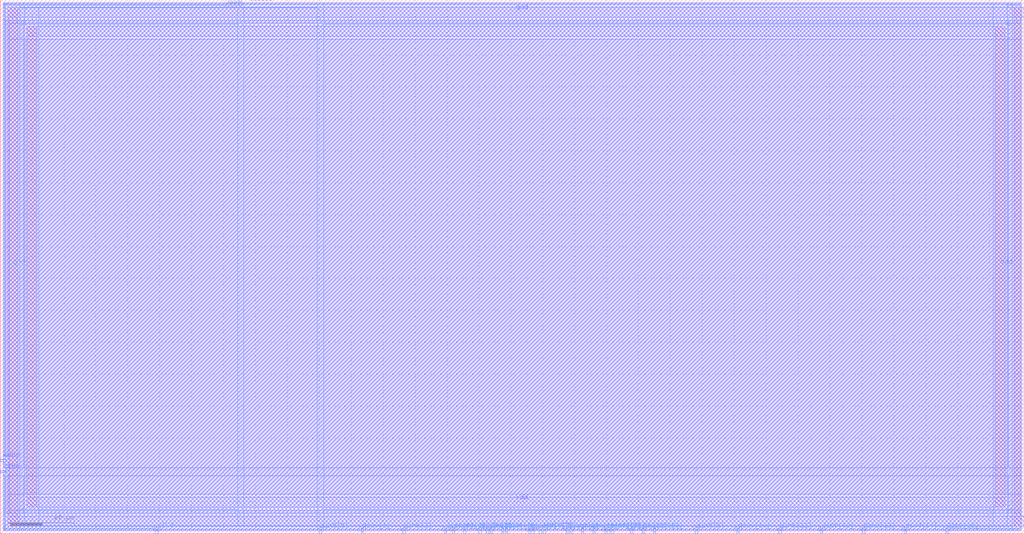
<source format=lef>
VERSION 5.4 ;
NAMESCASESENSITIVE ON ;
BUSBITCHARS "[]" ;
DIVIDERCHAR "/" ;
UNITS
  DATABASE MICRONS 2000 ;
END UNITS
MACRO conv2_bm_b_sram_16_16_sky130A
   CLASS BLOCK ;
   SIZE 320.85 BY 167.34 ;
   SYMMETRY X Y R90 ;
   PIN din0[0]
      DIRECTION INPUT ;
      PORT
         LAYER m4 ;
         RECT  99.96 0.0 100.7 1.93 ;
      END
   END din0[0]
   PIN din0[1]
      DIRECTION INPUT ;
      PORT
         LAYER m4 ;
         RECT  113.05 0.0 113.79 1.93 ;
      END
   END din0[1]
   PIN din0[2]
      DIRECTION INPUT ;
      PORT
         LAYER m4 ;
         RECT  126.14 0.0 126.88 1.93 ;
      END
   END din0[2]
   PIN din0[3]
      DIRECTION INPUT ;
      PORT
         LAYER m4 ;
         RECT  139.23 0.0 139.97 1.93 ;
      END
   END din0[3]
   PIN din0[4]
      DIRECTION INPUT ;
      PORT
         LAYER m4 ;
         RECT  152.32 0.0 153.06 1.93 ;
      END
   END din0[4]
   PIN din0[5]
      DIRECTION INPUT ;
      PORT
         LAYER m4 ;
         RECT  165.41 0.0 166.15 1.93 ;
      END
   END din0[5]
   PIN din0[6]
      DIRECTION INPUT ;
      PORT
         LAYER m4 ;
         RECT  178.5 0.0 179.24 1.93 ;
      END
   END din0[6]
   PIN din0[7]
      DIRECTION INPUT ;
      PORT
         LAYER m4 ;
         RECT  191.59 0.0 192.33 1.93 ;
      END
   END din0[7]
   PIN din0[8]
      DIRECTION INPUT ;
      PORT
         LAYER m4 ;
         RECT  204.68 0.0 205.42 1.93 ;
      END
   END din0[8]
   PIN din0[9]
      DIRECTION INPUT ;
      PORT
         LAYER m4 ;
         RECT  217.77 0.0 218.51 1.93 ;
      END
   END din0[9]
   PIN din0[10]
      DIRECTION INPUT ;
      PORT
         LAYER m4 ;
         RECT  230.86 0.0 231.6 1.93 ;
      END
   END din0[10]
   PIN din0[11]
      DIRECTION INPUT ;
      PORT
         LAYER m4 ;
         RECT  243.95 0.0 244.69 1.93 ;
      END
   END din0[11]
   PIN din0[12]
      DIRECTION INPUT ;
      PORT
         LAYER m4 ;
         RECT  257.04 0.0 257.78 1.93 ;
      END
   END din0[12]
   PIN din0[13]
      DIRECTION INPUT ;
      PORT
         LAYER m4 ;
         RECT  270.13 0.0 270.87 1.93 ;
      END
   END din0[13]
   PIN din0[14]
      DIRECTION INPUT ;
      PORT
         LAYER m4 ;
         RECT  283.22 0.0 283.96 1.93 ;
      END
   END din0[14]
   PIN din0[15]
      DIRECTION INPUT ;
      PORT
         LAYER m4 ;
         RECT  296.31 0.0 297.05 1.93 ;
      END
   END din0[15]
   PIN addr0[0]
      DIRECTION INPUT ;
      PORT
         LAYER m4 ;
         RECT  74.97 165.41 75.71 167.34 ;
      END
   END addr0[0]
   PIN addr0[1]
      DIRECTION INPUT ;
      PORT
         LAYER m4 ;
         RECT  71.4 165.41 72.14 167.34 ;
      END
   END addr0[1]
   PIN addr0[2]
      DIRECTION INPUT ;
      PORT
         LAYER m4 ;
         RECT  73.78 165.41 74.52 167.34 ;
      END
   END addr0[2]
   PIN addr0[3]
      DIRECTION INPUT ;
      PORT
         LAYER m4 ;
         RECT  72.59 165.41 73.33 167.34 ;
      END
   END addr0[3]
   PIN csb0
      DIRECTION INPUT ;
      PORT
         LAYER m3 ;
         RECT  0.0 19.04 1.93 19.78 ;
      END
   END csb0
   PIN web0
      DIRECTION INPUT ;
      PORT
         LAYER m3 ;
         RECT  0.0 22.61 1.93 23.35 ;
      END
   END web0
   PIN clk0
      DIRECTION INPUT ;
      PORT
         LAYER m4 ;
         RECT  48.79 0.0 49.53 1.93 ;
      END
   END clk0
   PIN dout0[0]
      DIRECTION OUTPUT ;
      PORT
         LAYER m4 ;
         RECT  141.61 0.0 142.35 1.93 ;
      END
   END dout0[0]
   PIN dout0[1]
      DIRECTION OUTPUT ;
      PORT
         LAYER m4 ;
         RECT  145.18 0.0 145.92 1.93 ;
      END
   END dout0[1]
   PIN dout0[2]
      DIRECTION OUTPUT ;
      PORT
         LAYER m4 ;
         RECT  149.94 0.0 150.68 1.93 ;
      END
   END dout0[2]
   PIN dout0[3]
      DIRECTION OUTPUT ;
      PORT
         LAYER m4 ;
         RECT  153.51 0.0 154.25 1.93 ;
      END
   END dout0[3]
   PIN dout0[4]
      DIRECTION OUTPUT ;
      PORT
         LAYER m4 ;
         RECT  157.08 0.0 157.82 1.93 ;
      END
   END dout0[4]
   PIN dout0[5]
      DIRECTION OUTPUT ;
      PORT
         LAYER m4 ;
         RECT  158.27 0.0 159.01 1.93 ;
      END
   END dout0[5]
   PIN dout0[6]
      DIRECTION OUTPUT ;
      PORT
         LAYER m4 ;
         RECT  166.6 0.0 167.34 1.93 ;
      END
   END dout0[6]
   PIN dout0[7]
      DIRECTION OUTPUT ;
      PORT
         LAYER m4 ;
         RECT  168.98 0.0 169.72 1.93 ;
      END
   END dout0[7]
   PIN dout0[8]
      DIRECTION OUTPUT ;
      PORT
         LAYER m4 ;
         RECT  170.17 0.0 170.91 1.93 ;
      END
   END dout0[8]
   PIN dout0[9]
      DIRECTION OUTPUT ;
      PORT
         LAYER m4 ;
         RECT  177.31 0.0 178.05 1.93 ;
      END
   END dout0[9]
   PIN dout0[10]
      DIRECTION OUTPUT ;
      PORT
         LAYER m4 ;
         RECT  182.07 0.0 182.81 1.93 ;
      END
   END dout0[10]
   PIN dout0[11]
      DIRECTION OUTPUT ;
      PORT
         LAYER m4 ;
         RECT  185.64 0.0 186.38 1.93 ;
      END
   END dout0[11]
   PIN dout0[12]
      DIRECTION OUTPUT ;
      PORT
         LAYER m4 ;
         RECT  189.21 0.0 189.95 1.93 ;
      END
   END dout0[12]
   PIN dout0[13]
      DIRECTION OUTPUT ;
      PORT
         LAYER m4 ;
         RECT  190.4 0.0 191.14 1.93 ;
      END
   END dout0[13]
   PIN dout0[14]
      DIRECTION OUTPUT ;
      PORT
         LAYER m4 ;
         RECT  197.54 0.0 198.28 1.93 ;
      END
   END dout0[14]
   PIN dout0[15]
      DIRECTION OUTPUT ;
      PORT
         LAYER m4 ;
         RECT  201.11 0.0 201.85 1.93 ;
      END
   END dout0[15]
   PIN vdd
      DIRECTION INOUT ;
      USE POWER ; 
      SHAPE ABUTMENT ; 
      PORT
         LAYER m4 ;
         RECT  8.33 8.33 11.45 159.01 ;
         LAYER m4 ;
         RECT  311.78 8.33 314.9 159.01 ;
         LAYER m3 ;
         RECT  8.33 155.89 314.9 159.01 ;
         LAYER m3 ;
         RECT  8.33 8.33 314.9 11.45 ;
      END
   END vdd
   PIN gnd
      DIRECTION INOUT ;
      USE GROUND ; 
      SHAPE ABUTMENT ; 
      PORT
         LAYER m3 ;
         RECT  2.38 2.38 320.85 5.5 ;
         LAYER m3 ;
         RECT  2.38 161.84 320.85 164.96 ;
         LAYER m4 ;
         RECT  317.73 2.38 320.85 164.96 ;
         LAYER m4 ;
         RECT  2.38 2.38 5.5 164.96 ;
      END
   END gnd
   OBS
   LAYER  m1 ;
      RECT  0.91 0.91 319.94 166.43 ;
   LAYER  m2 ;
      RECT  0.91 0.91 319.94 166.43 ;
   LAYER  m3 ;
      RECT  2.83 18.14 319.94 20.68 ;
      RECT  0.91 20.68 2.83 21.71 ;
      RECT  2.83 20.68 7.43 154.99 ;
      RECT  2.83 154.99 7.43 159.91 ;
      RECT  7.43 20.68 315.8 154.99 ;
      RECT  315.8 20.68 319.94 154.99 ;
      RECT  315.8 154.99 319.94 159.91 ;
      RECT  2.83 7.43 7.43 12.35 ;
      RECT  2.83 12.35 7.43 18.14 ;
      RECT  7.43 12.35 315.8 18.14 ;
      RECT  315.8 7.43 319.94 12.35 ;
      RECT  315.8 12.35 319.94 18.14 ;
      RECT  0.91 0.91 1.48 1.48 ;
      RECT  0.91 1.48 1.48 6.4 ;
      RECT  0.91 6.4 1.48 18.14 ;
      RECT  1.48 0.91 2.83 1.48 ;
      RECT  1.48 6.4 2.83 18.14 ;
      RECT  2.83 0.91 7.43 1.48 ;
      RECT  2.83 6.4 7.43 7.43 ;
      RECT  7.43 0.91 315.8 1.48 ;
      RECT  7.43 6.4 315.8 7.43 ;
      RECT  315.8 0.91 319.94 1.48 ;
      RECT  315.8 6.4 319.94 7.43 ;
      RECT  0.91 24.25 1.48 160.94 ;
      RECT  0.91 160.94 1.48 165.86 ;
      RECT  0.91 165.86 1.48 166.43 ;
      RECT  1.48 24.25 2.83 160.94 ;
      RECT  1.48 165.86 2.83 166.43 ;
      RECT  2.83 159.91 7.43 160.94 ;
      RECT  2.83 165.86 7.43 166.43 ;
      RECT  7.43 159.91 315.8 160.94 ;
      RECT  7.43 165.86 315.8 166.43 ;
      RECT  315.8 159.91 319.94 160.94 ;
      RECT  315.8 165.86 319.94 166.43 ;
   LAYER  m4 ;
      RECT  99.36 2.53 101.3 166.43 ;
      RECT  101.3 0.91 112.45 2.53 ;
      RECT  114.39 0.91 125.54 2.53 ;
      RECT  127.48 0.91 138.63 2.53 ;
      RECT  206.02 0.91 217.17 2.53 ;
      RECT  219.11 0.91 230.26 2.53 ;
      RECT  232.2 0.91 243.35 2.53 ;
      RECT  245.29 0.91 256.44 2.53 ;
      RECT  258.38 0.91 269.53 2.53 ;
      RECT  271.47 0.91 282.62 2.53 ;
      RECT  284.56 0.91 295.71 2.53 ;
      RECT  74.37 2.53 76.31 164.81 ;
      RECT  76.31 2.53 99.36 164.81 ;
      RECT  76.31 164.81 99.36 166.43 ;
      RECT  50.13 0.91 99.36 2.53 ;
      RECT  140.57 0.91 141.01 2.53 ;
      RECT  142.95 0.91 144.58 2.53 ;
      RECT  146.52 0.91 149.34 2.53 ;
      RECT  151.28 0.91 151.72 2.53 ;
      RECT  154.85 0.91 156.48 2.53 ;
      RECT  159.61 0.91 164.81 2.53 ;
      RECT  167.94 0.91 168.38 2.53 ;
      RECT  171.51 0.91 176.71 2.53 ;
      RECT  179.84 0.91 181.47 2.53 ;
      RECT  183.41 0.91 185.04 2.53 ;
      RECT  186.98 0.91 188.61 2.53 ;
      RECT  192.93 0.91 196.94 2.53 ;
      RECT  198.88 0.91 200.51 2.53 ;
      RECT  202.45 0.91 204.08 2.53 ;
      RECT  7.73 2.53 12.05 7.73 ;
      RECT  7.73 159.61 12.05 164.81 ;
      RECT  12.05 2.53 74.37 7.73 ;
      RECT  12.05 7.73 74.37 159.61 ;
      RECT  12.05 159.61 74.37 164.81 ;
      RECT  101.3 2.53 311.18 7.73 ;
      RECT  101.3 7.73 311.18 159.61 ;
      RECT  101.3 159.61 311.18 166.43 ;
      RECT  311.18 2.53 315.5 7.73 ;
      RECT  311.18 159.61 315.5 166.43 ;
      RECT  297.65 0.91 317.13 1.78 ;
      RECT  297.65 1.78 317.13 2.53 ;
      RECT  317.13 0.91 319.94 1.78 ;
      RECT  315.5 2.53 317.13 7.73 ;
      RECT  315.5 7.73 317.13 159.61 ;
      RECT  315.5 159.61 317.13 165.56 ;
      RECT  315.5 165.56 317.13 166.43 ;
      RECT  317.13 165.56 319.94 166.43 ;
      RECT  0.91 164.81 1.78 165.56 ;
      RECT  0.91 165.56 1.78 166.43 ;
      RECT  1.78 165.56 6.1 166.43 ;
      RECT  6.1 164.81 70.8 165.56 ;
      RECT  6.1 165.56 70.8 166.43 ;
      RECT  0.91 0.91 1.78 1.78 ;
      RECT  0.91 1.78 1.78 2.53 ;
      RECT  1.78 0.91 6.1 1.78 ;
      RECT  6.1 0.91 48.19 1.78 ;
      RECT  6.1 1.78 48.19 2.53 ;
      RECT  0.91 2.53 1.78 7.73 ;
      RECT  6.1 2.53 7.73 7.73 ;
      RECT  0.91 7.73 1.78 159.61 ;
      RECT  6.1 7.73 7.73 159.61 ;
      RECT  0.91 159.61 1.78 164.81 ;
      RECT  6.1 159.61 7.73 164.81 ;
   END
END    conv2_bm_b_sram_16_16_sky130A
END    LIBRARY

</source>
